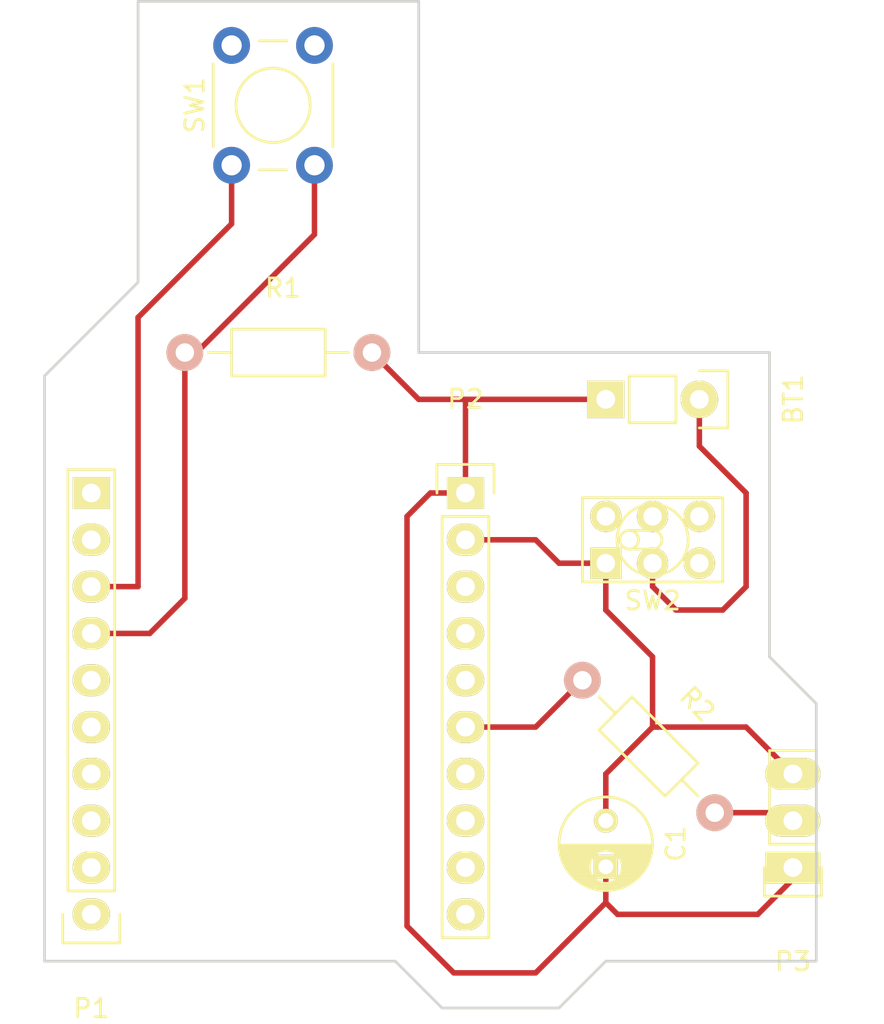
<source format=kicad_pcb>
(kicad_pcb (version 4) (host pcbnew 4.0.4-stable)

  (general
    (links 16)
    (no_connects 3)
    (area 111.206667 51.994999 160.573334 108.375)
    (thickness 1.6)
    (drawings 14)
    (tracks 47)
    (zones 0)
    (modules 9)
    (nets 23)
  )

  (page A4)
  (layers
    (0 F.Cu signal)
    (31 B.Cu signal)
    (32 B.Adhes user)
    (33 F.Adhes user)
    (34 B.Paste user)
    (35 F.Paste user)
    (36 B.SilkS user)
    (37 F.SilkS user)
    (38 B.Mask user)
    (39 F.Mask user)
    (40 Dwgs.User user)
    (41 Cmts.User user)
    (42 Eco1.User user)
    (43 Eco2.User user)
    (44 Edge.Cuts user)
    (45 Margin user)
    (46 B.CrtYd user)
    (47 F.CrtYd user)
    (48 B.Fab user)
    (49 F.Fab user)
  )

  (setup
    (last_trace_width 0.3)
    (trace_clearance 0.8)
    (zone_clearance 0.508)
    (zone_45_only no)
    (trace_min 0.2)
    (segment_width 0.2)
    (edge_width 0.15)
    (via_size 0.6)
    (via_drill 0.4)
    (via_min_size 0.4)
    (via_min_drill 0.3)
    (uvia_size 0.3)
    (uvia_drill 0.1)
    (uvias_allowed no)
    (uvia_min_size 0.2)
    (uvia_min_drill 0.1)
    (pcb_text_width 0.3)
    (pcb_text_size 1.5 1.5)
    (mod_edge_width 0.15)
    (mod_text_size 1 1)
    (mod_text_width 0.15)
    (pad_size 1.7 1.7)
    (pad_drill 1)
    (pad_to_mask_clearance 0.2)
    (aux_axis_origin 0 0)
    (visible_elements 7FFFFFFF)
    (pcbplotparams
      (layerselection 0x01000_00000001)
      (usegerberextensions false)
      (excludeedgelayer true)
      (linewidth 0.100000)
      (plotframeref false)
      (viasonmask false)
      (mode 1)
      (useauxorigin false)
      (hpglpennumber 1)
      (hpglpenspeed 20)
      (hpglpendiameter 15)
      (hpglpenoverlay 2)
      (psnegative false)
      (psa4output false)
      (plotreference true)
      (plotvalue true)
      (plotinvisibletext false)
      (padsonsilk false)
      (subtractmaskfromsilk false)
      (outputformat 1)
      (mirror false)
      (drillshape 0)
      (scaleselection 1)
      (outputdirectory gerbers/))
  )

  (net 0 "")
  (net 1 "Net-(BT1-Pad1)")
  (net 2 GND)
  (net 3 VBat)
  (net 4 TX)
  (net 5 RX)
  (net 6 5)
  (net 7 4)
  (net 8 0)
  (net 9 2)
  (net 10 15)
  (net 11 V33)
  (net 12 LDD)
  (net 13 V+)
  (net 14 13)
  (net 15 12)
  (net 16 14)
  (net 17 16)
  (net 18 EN)
  (net 19 A)
  (net 20 RST)
  (net 21 "Net-(P3-Pad2)")
  (net 22 "Net-(SW2-Pad3)")

  (net_class Default "This is the default net class."
    (clearance 0.8)
    (trace_width 0.3)
    (via_dia 0.6)
    (via_drill 0.4)
    (uvia_dia 0.3)
    (uvia_drill 0.1)
    (add_net 0)
    (add_net 12)
    (add_net 13)
    (add_net 14)
    (add_net 15)
    (add_net 16)
    (add_net 2)
    (add_net 4)
    (add_net 5)
    (add_net A)
    (add_net EN)
    (add_net GND)
    (add_net LDD)
    (add_net "Net-(BT1-Pad1)")
    (add_net "Net-(P3-Pad2)")
    (add_net "Net-(SW2-Pad3)")
    (add_net RST)
    (add_net RX)
    (add_net TX)
    (add_net V+)
    (add_net V33)
    (add_net VBat)
  )

  (module Resistors_ThroughHole:Resistor_Horizontal_RM10mm (layer F.Cu) (tedit 56648415) (tstamp 580659FA)
    (at 143.51 88.9 315)
    (descr "Resistor, Axial,  RM 10mm, 1/3W")
    (tags "Resistor Axial RM 10mm 1/3W")
    (path /58066786)
    (fp_text reference R2 (at 5.32892 -3.50012 315) (layer F.SilkS)
      (effects (font (size 1 1) (thickness 0.15)))
    )
    (fp_text value R (at 5.08 3.81 315) (layer F.Fab)
      (effects (font (size 1 1) (thickness 0.15)))
    )
    (fp_line (start -1.25 -1.5) (end 11.4 -1.5) (layer F.CrtYd) (width 0.05))
    (fp_line (start -1.25 1.5) (end -1.25 -1.5) (layer F.CrtYd) (width 0.05))
    (fp_line (start 11.4 -1.5) (end 11.4 1.5) (layer F.CrtYd) (width 0.05))
    (fp_line (start -1.25 1.5) (end 11.4 1.5) (layer F.CrtYd) (width 0.05))
    (fp_line (start 2.54 -1.27) (end 7.62 -1.27) (layer F.SilkS) (width 0.15))
    (fp_line (start 7.62 -1.27) (end 7.62 1.27) (layer F.SilkS) (width 0.15))
    (fp_line (start 7.62 1.27) (end 2.54 1.27) (layer F.SilkS) (width 0.15))
    (fp_line (start 2.54 1.27) (end 2.54 -1.27) (layer F.SilkS) (width 0.15))
    (fp_line (start 2.54 0) (end 1.27 0) (layer F.SilkS) (width 0.15))
    (fp_line (start 7.62 0) (end 8.89 0) (layer F.SilkS) (width 0.15))
    (pad 1 thru_hole circle (at 0 0 315) (size 1.99898 1.99898) (drill 1.00076) (layers *.Cu *.SilkS *.Mask)
      (net 16 14))
    (pad 2 thru_hole circle (at 10.16 0 315) (size 1.99898 1.99898) (drill 1.00076) (layers *.Cu *.SilkS *.Mask)
      (net 21 "Net-(P3-Pad2)"))
    (model Resistors_ThroughHole.3dshapes/Resistor_Horizontal_RM10mm.wrl
      (at (xyz 0.2 0 0))
      (scale (xyz 0.4 0.4 0.4))
      (rotate (xyz 0 0 0))
    )
  )

  (module Pin_Headers:Pin_Header_Straight_1x02 (layer F.Cu) (tedit 58065AEC) (tstamp 580659C5)
    (at 149.86 73.66 270)
    (descr "Through hole pin header")
    (tags "pin header")
    (path /58066F7A)
    (fp_text reference BT1 (at 0 -5.1 270) (layer F.SilkS)
      (effects (font (size 1 1) (thickness 0.15)))
    )
    (fp_text value Battery (at 0 -3.1 270) (layer F.Fab)
      (effects (font (size 1 1) (thickness 0.15)))
    )
    (fp_line (start 1.27 1.27) (end 1.27 3.81) (layer F.SilkS) (width 0.15))
    (fp_line (start 1.55 -1.55) (end 1.55 0) (layer F.SilkS) (width 0.15))
    (fp_line (start -1.75 -1.75) (end -1.75 4.3) (layer F.CrtYd) (width 0.05))
    (fp_line (start 1.75 -1.75) (end 1.75 4.3) (layer F.CrtYd) (width 0.05))
    (fp_line (start -1.75 -1.75) (end 1.75 -1.75) (layer F.CrtYd) (width 0.05))
    (fp_line (start -1.75 4.3) (end 1.75 4.3) (layer F.CrtYd) (width 0.05))
    (fp_line (start 1.27 1.27) (end -1.27 1.27) (layer F.SilkS) (width 0.15))
    (fp_line (start -1.55 0) (end -1.55 -1.55) (layer F.SilkS) (width 0.15))
    (fp_line (start -1.55 -1.55) (end 1.55 -1.55) (layer F.SilkS) (width 0.15))
    (fp_line (start -1.27 1.27) (end -1.27 3.81) (layer F.SilkS) (width 0.15))
    (fp_line (start -1.27 3.81) (end 1.27 3.81) (layer F.SilkS) (width 0.15))
    (pad 1 thru_hole oval (at 0 0 270) (size 2.032 2.032) (drill 1.016) (layers *.Cu *.Mask F.SilkS)
      (net 1 "Net-(BT1-Pad1)"))
    (pad 2 thru_hole rect (at 0 5.08 270) (size 2.032 2.032) (drill 1.016) (layers *.Cu *.Mask F.SilkS)
      (net 2 GND))
    (model Pin_Headers.3dshapes/Pin_Header_Straight_1x02.wrl
      (at (xyz 0 -0.05 0))
      (scale (xyz 1 1 1))
      (rotate (xyz 0 0 90))
    )
  )

  (module Capacitors_ThroughHole:C_Radial_D5_L11_P2.5 (layer F.Cu) (tedit 5808F44A) (tstamp 580659CB)
    (at 144.78 96.52 270)
    (descr "Radial Electrolytic Capacitor Diameter 5mm x Length 11mm, Pitch 2.5mm")
    (tags "Electrolytic Capacitor")
    (path /58066A58)
    (fp_text reference C1 (at 1.25 -3.8 270) (layer F.SilkS)
      (effects (font (size 1 1) (thickness 0.15)))
    )
    (fp_text value CP1 (at 1.25 3.8 270) (layer F.Fab)
      (effects (font (size 1 1) (thickness 0.15)))
    )
    (fp_line (start 1.325 -2.499) (end 1.325 2.499) (layer F.SilkS) (width 0.15))
    (fp_line (start 1.465 -2.491) (end 1.465 2.491) (layer F.SilkS) (width 0.15))
    (fp_line (start 1.605 -2.475) (end 1.605 -0.095) (layer F.SilkS) (width 0.15))
    (fp_line (start 1.605 0.095) (end 1.605 2.475) (layer F.SilkS) (width 0.15))
    (fp_line (start 1.745 -2.451) (end 1.745 -0.49) (layer F.SilkS) (width 0.15))
    (fp_line (start 1.745 0.49) (end 1.745 2.451) (layer F.SilkS) (width 0.15))
    (fp_line (start 1.885 -2.418) (end 1.885 -0.657) (layer F.SilkS) (width 0.15))
    (fp_line (start 1.885 0.657) (end 1.885 2.418) (layer F.SilkS) (width 0.15))
    (fp_line (start 2.025 -2.377) (end 2.025 -0.764) (layer F.SilkS) (width 0.15))
    (fp_line (start 2.025 0.764) (end 2.025 2.377) (layer F.SilkS) (width 0.15))
    (fp_line (start 2.165 -2.327) (end 2.165 -0.835) (layer F.SilkS) (width 0.15))
    (fp_line (start 2.165 0.835) (end 2.165 2.327) (layer F.SilkS) (width 0.15))
    (fp_line (start 2.305 -2.266) (end 2.305 -0.879) (layer F.SilkS) (width 0.15))
    (fp_line (start 2.305 0.879) (end 2.305 2.266) (layer F.SilkS) (width 0.15))
    (fp_line (start 2.445 -2.196) (end 2.445 -0.898) (layer F.SilkS) (width 0.15))
    (fp_line (start 2.445 0.898) (end 2.445 2.196) (layer F.SilkS) (width 0.15))
    (fp_line (start 2.585 -2.114) (end 2.585 -0.896) (layer F.SilkS) (width 0.15))
    (fp_line (start 2.585 0.896) (end 2.585 2.114) (layer F.SilkS) (width 0.15))
    (fp_line (start 2.725 -2.019) (end 2.725 -0.871) (layer F.SilkS) (width 0.15))
    (fp_line (start 2.725 0.871) (end 2.725 2.019) (layer F.SilkS) (width 0.15))
    (fp_line (start 2.865 -1.908) (end 2.865 -0.823) (layer F.SilkS) (width 0.15))
    (fp_line (start 2.865 0.823) (end 2.865 1.908) (layer F.SilkS) (width 0.15))
    (fp_line (start 3.005 -1.78) (end 3.005 -0.745) (layer F.SilkS) (width 0.15))
    (fp_line (start 3.005 0.745) (end 3.005 1.78) (layer F.SilkS) (width 0.15))
    (fp_line (start 3.145 -1.631) (end 3.145 -0.628) (layer F.SilkS) (width 0.15))
    (fp_line (start 3.145 0.628) (end 3.145 1.631) (layer F.SilkS) (width 0.15))
    (fp_line (start 3.285 -1.452) (end 3.285 -0.44) (layer F.SilkS) (width 0.15))
    (fp_line (start 3.285 0.44) (end 3.285 1.452) (layer F.SilkS) (width 0.15))
    (fp_line (start 3.425 -1.233) (end 3.425 1.233) (layer F.SilkS) (width 0.15))
    (fp_line (start 3.565 -0.944) (end 3.565 0.944) (layer F.SilkS) (width 0.15))
    (fp_line (start 3.705 -0.472) (end 3.705 0.472) (layer F.SilkS) (width 0.15))
    (fp_circle (center 2.5 0) (end 2.5 -0.9) (layer F.SilkS) (width 0.15))
    (fp_circle (center 1.25 0) (end 1.25 -2.5375) (layer F.SilkS) (width 0.15))
    (fp_circle (center 1.25 0) (end 1.25 -2.8) (layer F.CrtYd) (width 0.05))
    (pad 1 thru_hole oval (at 0 0 270) (size 1.3 1.3) (drill 0.8) (layers *.Cu *.Mask F.SilkS)
      (net 3 VBat))
    (pad 2 thru_hole rect (at 2.5 0 270) (size 1.3 1.3) (drill 0.8) (layers *.Cu *.Mask F.SilkS)
      (net 2 GND))
    (model Capacitors_ThroughHole.3dshapes/C_Radial_D5_L11_P2.5.wrl
      (at (xyz 0.049213 0 0))
      (scale (xyz 1 1 1))
      (rotate (xyz 0 0 90))
    )
  )

  (module Pin_Headers:Pin_Header_Straight_1x10 (layer F.Cu) (tedit 5808F160) (tstamp 580659D9)
    (at 116.84 101.6 180)
    (descr "Through hole pin header")
    (tags "pin header")
    (path /58067235)
    (fp_text reference P1 (at 0 -5.1 180) (layer F.SilkS)
      (effects (font (size 1 1) (thickness 0.15)))
    )
    (fp_text value CONN_01X10 (at 0 -3.1 180) (layer F.Fab)
      (effects (font (size 1 1) (thickness 0.15)))
    )
    (fp_line (start -1.75 -1.75) (end -1.75 24.65) (layer F.CrtYd) (width 0.05))
    (fp_line (start 1.75 -1.75) (end 1.75 24.65) (layer F.CrtYd) (width 0.05))
    (fp_line (start -1.75 -1.75) (end 1.75 -1.75) (layer F.CrtYd) (width 0.05))
    (fp_line (start -1.75 24.65) (end 1.75 24.65) (layer F.CrtYd) (width 0.05))
    (fp_line (start 1.27 1.27) (end 1.27 24.13) (layer F.SilkS) (width 0.15))
    (fp_line (start 1.27 24.13) (end -1.27 24.13) (layer F.SilkS) (width 0.15))
    (fp_line (start -1.27 24.13) (end -1.27 1.27) (layer F.SilkS) (width 0.15))
    (fp_line (start 1.55 -1.55) (end 1.55 0) (layer F.SilkS) (width 0.15))
    (fp_line (start 1.27 1.27) (end -1.27 1.27) (layer F.SilkS) (width 0.15))
    (fp_line (start -1.55 0) (end -1.55 -1.55) (layer F.SilkS) (width 0.15))
    (fp_line (start -1.55 -1.55) (end 1.55 -1.55) (layer F.SilkS) (width 0.15))
    (pad 1 thru_hole oval (at 0 0 180) (size 2.032 1.7272) (drill 1.016) (layers *.Cu *.Mask F.SilkS)
      (net 4 TX))
    (pad 2 thru_hole oval (at 0 2.54 180) (size 2.032 1.7272) (drill 1.016) (layers *.Cu *.Mask F.SilkS)
      (net 5 RX))
    (pad 3 thru_hole oval (at 0 5.08 180) (size 2.032 1.7272) (drill 1.016) (layers *.Cu *.Mask F.SilkS)
      (net 6 5))
    (pad 4 thru_hole oval (at 0 7.62 180) (size 2.032 1.7272) (drill 1.016) (layers *.Cu *.Mask F.SilkS)
      (net 7 4))
    (pad 5 thru_hole oval (at 0 10.16 180) (size 2.032 1.7272) (drill 1.016) (layers *.Cu *.Mask F.SilkS)
      (net 8 0))
    (pad 6 thru_hole oval (at 0 12.7 180) (size 2.032 1.7272) (drill 1.016) (layers *.Cu *.Mask F.SilkS)
      (net 9 2))
    (pad 7 thru_hole oval (at 0 15.24 180) (size 2.032 1.7272) (drill 1.016) (layers *.Cu *.Mask F.SilkS)
      (net 10 15))
    (pad 8 thru_hole oval (at 0 17.78 180) (size 2.032 1.7272) (drill 1.016) (layers *.Cu *.Mask F.SilkS)
      (net 11 V33))
    (pad 9 thru_hole oval (at 0 20.32 180) (size 2.032 1.7272) (drill 1.016) (layers *.Cu *.Mask F.SilkS)
      (net 12 LDD))
    (pad 10 thru_hole rect (at 0 22.86 180) (size 2.032 1.7272) (drill 1.016) (layers *.Cu *.Mask F.SilkS)
      (net 2 GND))
    (model Pin_Headers.3dshapes/Pin_Header_Straight_1x10.wrl
      (at (xyz 0 -0.45 0))
      (scale (xyz 1 1 1))
      (rotate (xyz 0 0 90))
    )
  )

  (module Pin_Headers:Pin_Header_Straight_1x10 (layer F.Cu) (tedit 0) (tstamp 580659E7)
    (at 137.16 78.74)
    (descr "Through hole pin header")
    (tags "pin header")
    (path /580666ED)
    (fp_text reference P2 (at 0 -5.1) (layer F.SilkS)
      (effects (font (size 1 1) (thickness 0.15)))
    )
    (fp_text value CONN_01X10 (at 0 -3.1) (layer F.Fab)
      (effects (font (size 1 1) (thickness 0.15)))
    )
    (fp_line (start -1.75 -1.75) (end -1.75 24.65) (layer F.CrtYd) (width 0.05))
    (fp_line (start 1.75 -1.75) (end 1.75 24.65) (layer F.CrtYd) (width 0.05))
    (fp_line (start -1.75 -1.75) (end 1.75 -1.75) (layer F.CrtYd) (width 0.05))
    (fp_line (start -1.75 24.65) (end 1.75 24.65) (layer F.CrtYd) (width 0.05))
    (fp_line (start 1.27 1.27) (end 1.27 24.13) (layer F.SilkS) (width 0.15))
    (fp_line (start 1.27 24.13) (end -1.27 24.13) (layer F.SilkS) (width 0.15))
    (fp_line (start -1.27 24.13) (end -1.27 1.27) (layer F.SilkS) (width 0.15))
    (fp_line (start 1.55 -1.55) (end 1.55 0) (layer F.SilkS) (width 0.15))
    (fp_line (start 1.27 1.27) (end -1.27 1.27) (layer F.SilkS) (width 0.15))
    (fp_line (start -1.55 0) (end -1.55 -1.55) (layer F.SilkS) (width 0.15))
    (fp_line (start -1.55 -1.55) (end 1.55 -1.55) (layer F.SilkS) (width 0.15))
    (pad 1 thru_hole rect (at 0 0) (size 2.032 1.7272) (drill 1.016) (layers *.Cu *.Mask F.SilkS)
      (net 2 GND))
    (pad 2 thru_hole oval (at 0 2.54) (size 2.032 1.7272) (drill 1.016) (layers *.Cu *.Mask F.SilkS)
      (net 3 VBat))
    (pad 3 thru_hole oval (at 0 5.08) (size 2.032 1.7272) (drill 1.016) (layers *.Cu *.Mask F.SilkS)
      (net 13 V+))
    (pad 4 thru_hole oval (at 0 7.62) (size 2.032 1.7272) (drill 1.016) (layers *.Cu *.Mask F.SilkS)
      (net 14 13))
    (pad 5 thru_hole oval (at 0 10.16) (size 2.032 1.7272) (drill 1.016) (layers *.Cu *.Mask F.SilkS)
      (net 15 12))
    (pad 6 thru_hole oval (at 0 12.7) (size 2.032 1.7272) (drill 1.016) (layers *.Cu *.Mask F.SilkS)
      (net 16 14))
    (pad 7 thru_hole oval (at 0 15.24) (size 2.032 1.7272) (drill 1.016) (layers *.Cu *.Mask F.SilkS)
      (net 17 16))
    (pad 8 thru_hole oval (at 0 17.78) (size 2.032 1.7272) (drill 1.016) (layers *.Cu *.Mask F.SilkS)
      (net 18 EN))
    (pad 9 thru_hole oval (at 0 20.32) (size 2.032 1.7272) (drill 1.016) (layers *.Cu *.Mask F.SilkS)
      (net 19 A))
    (pad 10 thru_hole oval (at 0 22.86) (size 2.032 1.7272) (drill 1.016) (layers *.Cu *.Mask F.SilkS)
      (net 20 RST))
    (model Pin_Headers.3dshapes/Pin_Header_Straight_1x10.wrl
      (at (xyz 0 -0.45 0))
      (scale (xyz 1 1 1))
      (rotate (xyz 0 0 90))
    )
  )

  (module Pin_Headers:Pin_Header_Straight_1x03 (layer F.Cu) (tedit 5808FD89) (tstamp 580659EE)
    (at 154.94 99.06 180)
    (descr "Through hole pin header")
    (tags "pin header")
    (path /5806943E)
    (fp_text reference P3 (at 0 -5.1 180) (layer F.SilkS)
      (effects (font (size 1 1) (thickness 0.15)))
    )
    (fp_text value CONN_01X03 (at 0 -3.1 180) (layer F.Fab)
      (effects (font (size 1 1) (thickness 0.15)))
    )
    (fp_line (start -1.75 -1.75) (end -1.75 6.85) (layer F.CrtYd) (width 0.05))
    (fp_line (start 1.75 -1.75) (end 1.75 6.85) (layer F.CrtYd) (width 0.05))
    (fp_line (start -1.75 -1.75) (end 1.75 -1.75) (layer F.CrtYd) (width 0.05))
    (fp_line (start -1.75 6.85) (end 1.75 6.85) (layer F.CrtYd) (width 0.05))
    (fp_line (start -1.27 1.27) (end -1.27 6.35) (layer F.SilkS) (width 0.15))
    (fp_line (start -1.27 6.35) (end 1.27 6.35) (layer F.SilkS) (width 0.15))
    (fp_line (start 1.27 6.35) (end 1.27 1.27) (layer F.SilkS) (width 0.15))
    (fp_line (start 1.55 -1.55) (end 1.55 0) (layer F.SilkS) (width 0.15))
    (fp_line (start 1.27 1.27) (end -1.27 1.27) (layer F.SilkS) (width 0.15))
    (fp_line (start -1.55 0) (end -1.55 -1.55) (layer F.SilkS) (width 0.15))
    (fp_line (start -1.55 -1.55) (end 1.55 -1.55) (layer F.SilkS) (width 0.15))
    (pad 1 thru_hole rect (at 0 0 180) (size 3 1.7272) (drill 1.016) (layers *.Cu *.Mask F.SilkS)
      (net 2 GND))
    (pad 2 thru_hole oval (at 0 2.54 180) (size 3 1.7272) (drill 1.016) (layers *.Cu *.Mask F.SilkS)
      (net 21 "Net-(P3-Pad2)"))
    (pad 3 thru_hole oval (at 0 5.08 180) (size 3 1.7272) (drill 1.016) (layers *.Cu *.Mask F.SilkS)
      (net 3 VBat))
    (model Pin_Headers.3dshapes/Pin_Header_Straight_1x03.wrl
      (at (xyz 0 -0.1 0))
      (scale (xyz 1 1 1))
      (rotate (xyz 0 0 90))
    )
  )

  (module Resistors_ThroughHole:Resistor_Horizontal_RM10mm (layer F.Cu) (tedit 56648415) (tstamp 580659F4)
    (at 121.92 71.12)
    (descr "Resistor, Axial,  RM 10mm, 1/3W")
    (tags "Resistor Axial RM 10mm 1/3W")
    (path /580685CF)
    (fp_text reference R1 (at 5.32892 -3.50012) (layer F.SilkS)
      (effects (font (size 1 1) (thickness 0.15)))
    )
    (fp_text value R (at 5.08 3.81) (layer F.Fab)
      (effects (font (size 1 1) (thickness 0.15)))
    )
    (fp_line (start -1.25 -1.5) (end 11.4 -1.5) (layer F.CrtYd) (width 0.05))
    (fp_line (start -1.25 1.5) (end -1.25 -1.5) (layer F.CrtYd) (width 0.05))
    (fp_line (start 11.4 -1.5) (end 11.4 1.5) (layer F.CrtYd) (width 0.05))
    (fp_line (start -1.25 1.5) (end 11.4 1.5) (layer F.CrtYd) (width 0.05))
    (fp_line (start 2.54 -1.27) (end 7.62 -1.27) (layer F.SilkS) (width 0.15))
    (fp_line (start 7.62 -1.27) (end 7.62 1.27) (layer F.SilkS) (width 0.15))
    (fp_line (start 7.62 1.27) (end 2.54 1.27) (layer F.SilkS) (width 0.15))
    (fp_line (start 2.54 1.27) (end 2.54 -1.27) (layer F.SilkS) (width 0.15))
    (fp_line (start 2.54 0) (end 1.27 0) (layer F.SilkS) (width 0.15))
    (fp_line (start 7.62 0) (end 8.89 0) (layer F.SilkS) (width 0.15))
    (pad 1 thru_hole circle (at 0 0) (size 1.99898 1.99898) (drill 1.00076) (layers *.Cu *.SilkS *.Mask)
      (net 10 15))
    (pad 2 thru_hole circle (at 10.16 0) (size 1.99898 1.99898) (drill 1.00076) (layers *.Cu *.SilkS *.Mask)
      (net 2 GND))
    (model Resistors_ThroughHole.3dshapes/Resistor_Horizontal_RM10mm.wrl
      (at (xyz 0.2 0 0))
      (scale (xyz 0.4 0.4 0.4))
      (rotate (xyz 0 0 0))
    )
  )

  (module Buttons_Switches_ThroughHole:SW_PUSH_6mm (layer F.Cu) (tedit 57BABF74) (tstamp 58065A02)
    (at 124.46 60.96 90)
    (descr https://www.omron.com/ecb/products/pdf/en-b3f.pdf)
    (tags "tact sw push 6mm")
    (path /580672E6)
    (fp_text reference SW1 (at 3.25 -2 90) (layer F.SilkS)
      (effects (font (size 1 1) (thickness 0.15)))
    )
    (fp_text value SW_PUSH (at 3.75 6.7 90) (layer F.Fab)
      (effects (font (size 1 1) (thickness 0.15)))
    )
    (fp_line (start 3.25 -0.75) (end 6.25 -0.75) (layer F.Fab) (width 0.15))
    (fp_line (start 6.25 -0.75) (end 6.25 5.25) (layer F.Fab) (width 0.15))
    (fp_line (start 6.25 5.25) (end 0.25 5.25) (layer F.Fab) (width 0.15))
    (fp_line (start 0.25 5.25) (end 0.25 -0.75) (layer F.Fab) (width 0.15))
    (fp_line (start 0.25 -0.75) (end 3.25 -0.75) (layer F.Fab) (width 0.15))
    (fp_line (start 7.75 6) (end 8 6) (layer F.CrtYd) (width 0.05))
    (fp_line (start 8 6) (end 8 5.75) (layer F.CrtYd) (width 0.05))
    (fp_line (start 7.75 -1.5) (end 8 -1.5) (layer F.CrtYd) (width 0.05))
    (fp_line (start 8 -1.5) (end 8 -1.25) (layer F.CrtYd) (width 0.05))
    (fp_line (start -1.5 -1.25) (end -1.5 -1.5) (layer F.CrtYd) (width 0.05))
    (fp_line (start -1.5 -1.5) (end -1.25 -1.5) (layer F.CrtYd) (width 0.05))
    (fp_line (start -1.5 5.75) (end -1.5 6) (layer F.CrtYd) (width 0.05))
    (fp_line (start -1.5 6) (end -1.25 6) (layer F.CrtYd) (width 0.05))
    (fp_circle (center 3.25 2.25) (end 1.25 2.5) (layer F.SilkS) (width 0.15))
    (fp_line (start -1.25 -1.5) (end 7.75 -1.5) (layer F.CrtYd) (width 0.05))
    (fp_line (start -1.5 5.75) (end -1.5 -1.25) (layer F.CrtYd) (width 0.05))
    (fp_line (start 7.75 6) (end -1.25 6) (layer F.CrtYd) (width 0.05))
    (fp_line (start 8 -1.25) (end 8 5.75) (layer F.CrtYd) (width 0.05))
    (fp_line (start 1 5.5) (end 5.5 5.5) (layer F.SilkS) (width 0.15))
    (fp_line (start -0.25 1.5) (end -0.25 3) (layer F.SilkS) (width 0.15))
    (fp_line (start 5.5 -1) (end 1 -1) (layer F.SilkS) (width 0.15))
    (fp_line (start 6.75 3) (end 6.75 1.5) (layer F.SilkS) (width 0.15))
    (pad 2 thru_hole circle (at 0 4.5 180) (size 2 2) (drill 1.1) (layers *.Cu *.Mask)
      (net 10 15))
    (pad 1 thru_hole circle (at 0 0 180) (size 2 2) (drill 1.1) (layers *.Cu *.Mask)
      (net 11 V33))
    (pad 2 thru_hole circle (at 6.5 4.5 180) (size 2 2) (drill 1.1) (layers *.Cu *.Mask)
      (net 10 15))
    (pad 1 thru_hole circle (at 6.5 0 180) (size 2 2) (drill 1.1) (layers *.Cu *.Mask)
      (net 11 V33))
  )

  (module Buttons_Switches_ThroughHole:SW_NKK_G1xJP (layer F.Cu) (tedit 5808FE04) (tstamp 58065A0C)
    (at 147.32 81.28)
    (descr "Switch Nikkai ref G1xJP")
    (tags "SWITCH DEV TOGGLE ILLUM SPDT")
    (path /58066CE8)
    (fp_text reference SW2 (at 0 3.302) (layer F.SilkS)
      (effects (font (size 1 1) (thickness 0.15)))
    )
    (fp_text value Switch_SPDT_x2 (at 0.254 -3.302) (layer F.Fab)
      (effects (font (size 1 1) (thickness 0.15)))
    )
    (fp_circle (center -1.27 0) (end -1.778 0) (layer F.SilkS) (width 0.15))
    (fp_line (start 0 0.508) (end -1.27 0.508) (layer F.SilkS) (width 0.15))
    (fp_line (start -1.27 -0.508) (end 0 -0.508) (layer F.SilkS) (width 0.15))
    (fp_arc (start 0 0) (end 0 -0.508) (angle 90) (layer F.SilkS) (width 0.15))
    (fp_arc (start 0 0) (end 0.508 0) (angle 90) (layer F.SilkS) (width 0.15))
    (fp_circle (center 0 0) (end -0.762 -1.778) (layer F.SilkS) (width 0.15))
    (fp_line (start 3.81 -2.286) (end 3.81 2.286) (layer F.SilkS) (width 0.15))
    (fp_line (start -3.81 -2.286) (end -3.81 2.286) (layer F.SilkS) (width 0.15))
    (fp_line (start -3.81 -2.286) (end 3.81 -2.286) (layer F.SilkS) (width 0.15))
    (fp_line (start 3.81 2.286) (end -3.81 2.286) (layer F.SilkS) (width 0.15))
    (pad 1 thru_hole rect (at -2.54 1.27) (size 1.7 1.7) (drill 1) (layers *.Cu *.Mask F.SilkS)
      (net 3 VBat))
    (pad 2 thru_hole circle (at 0 1.27) (size 1.7 1.7) (drill 1) (layers *.Cu *.Mask F.SilkS)
      (net 1 "Net-(BT1-Pad1)"))
    (pad 3 thru_hole circle (at 2.54 1.27) (size 1.7 1.7) (drill 1) (layers *.Cu *.Mask F.SilkS)
      (net 22 "Net-(SW2-Pad3)"))
    (pad 4 thru_hole circle (at 2.54 -1.27) (size 1.7 1.7) (drill 1) (layers *.Cu *.Mask F.SilkS))
    (pad 5 thru_hole circle (at 0 -1.27) (size 1.7 1.7) (drill 1) (layers *.Cu *.Mask F.SilkS))
    (pad 6 thru_hole circle (at -2.54 -1.27) (size 1.7 1.7) (drill 1) (layers *.Cu *.Mask F.SilkS))
    (model Buttons_Switches_ThroughHole.3dshapes/SW_NKK_G1xJP.wrl
      (at (xyz 0 0 0))
      (scale (xyz 0.33 0.33 0.33))
      (rotate (xyz 0 0 0))
    )
  )

  (gr_line (start 156.21 104.14) (end 144.78 104.14) (angle 90) (layer Edge.Cuts) (width 0.15))
  (gr_line (start 114.3 72.39) (end 114.3 104.14) (angle 90) (layer Edge.Cuts) (width 0.15))
  (gr_line (start 119.38 67.31) (end 114.3 72.39) (angle 90) (layer Edge.Cuts) (width 0.15))
  (gr_line (start 119.38 52.07) (end 119.38 67.31) (angle 90) (layer Edge.Cuts) (width 0.15))
  (gr_line (start 134.62 52.07) (end 119.38 52.07) (angle 90) (layer Edge.Cuts) (width 0.15))
  (gr_line (start 134.62 71.12) (end 134.62 52.07) (angle 90) (layer Edge.Cuts) (width 0.15))
  (gr_line (start 153.67 71.12) (end 134.62 71.12) (angle 90) (layer Edge.Cuts) (width 0.15))
  (gr_line (start 153.67 87.63) (end 153.67 71.12) (angle 90) (layer Edge.Cuts) (width 0.15))
  (gr_line (start 156.21 90.17) (end 153.67 87.63) (angle 90) (layer Edge.Cuts) (width 0.15))
  (gr_line (start 156.21 104.14) (end 156.21 90.17) (angle 90) (layer Edge.Cuts) (width 0.15))
  (gr_line (start 142.24 106.68) (end 144.78 104.14) (angle 90) (layer Edge.Cuts) (width 0.15))
  (gr_line (start 135.89 106.68) (end 142.24 106.68) (angle 90) (layer Edge.Cuts) (width 0.15))
  (gr_line (start 133.35 104.14) (end 135.89 106.68) (angle 90) (layer Edge.Cuts) (width 0.15))
  (gr_line (start 114.3 104.14) (end 133.35 104.14) (angle 90) (layer Edge.Cuts) (width 0.15))

  (segment (start 149.86 73.66) (end 149.86 76.2) (width 0.3) (layer F.Cu) (net 1))
  (segment (start 147.32 83.82) (end 147.32 82.55) (width 0.3) (layer F.Cu) (net 1) (tstamp 5808FF0D))
  (segment (start 148.59 85.09) (end 147.32 83.82) (width 0.3) (layer F.Cu) (net 1) (tstamp 5808FF0B))
  (segment (start 151.13 85.09) (end 148.59 85.09) (width 0.3) (layer F.Cu) (net 1) (tstamp 5808FF09))
  (segment (start 152.4 83.82) (end 151.13 85.09) (width 0.3) (layer F.Cu) (net 1) (tstamp 5808FF07))
  (segment (start 152.4 78.74) (end 152.4 83.82) (width 0.3) (layer F.Cu) (net 1) (tstamp 5808FF05))
  (segment (start 149.86 76.2) (end 152.4 78.74) (width 0.3) (layer F.Cu) (net 1) (tstamp 5808FF03))
  (segment (start 137.16 78.74) (end 135.255 78.74) (width 0.3) (layer F.Cu) (net 2))
  (segment (start 140.97 104.775) (end 144.78 100.965) (width 0.3) (layer F.Cu) (net 2) (tstamp 5808FEDF))
  (segment (start 136.525 104.775) (end 140.97 104.775) (width 0.3) (layer F.Cu) (net 2) (tstamp 5808FEDD))
  (segment (start 133.985 102.235) (end 136.525 104.775) (width 0.3) (layer F.Cu) (net 2) (tstamp 5808FEDB))
  (segment (start 133.985 80.01) (end 133.985 102.235) (width 0.3) (layer F.Cu) (net 2) (tstamp 5808FED9))
  (segment (start 135.255 78.74) (end 133.985 80.01) (width 0.3) (layer F.Cu) (net 2) (tstamp 5808FED7))
  (segment (start 144.78 99.02) (end 144.78 100.965) (width 0.3) (layer F.Cu) (net 2))
  (segment (start 153.035 101.6) (end 154.94 99.695) (width 0.3) (layer F.Cu) (net 2) (tstamp 5808FED2))
  (segment (start 144.78 100.965) (end 145.415 101.6) (width 0.3) (layer F.Cu) (net 2) (tstamp 5808FECF))
  (segment (start 145.415 101.6) (end 153.035 101.6) (width 0.3) (layer F.Cu) (net 2) (tstamp 5808FED1))
  (segment (start 154.94 99.695) (end 154.94 99.06) (width 0.3) (layer F.Cu) (net 2) (tstamp 5808FED4))
  (segment (start 137.16 73.66) (end 137.16 78.74) (width 0.3) (layer F.Cu) (net 2))
  (segment (start 144.78 73.66) (end 137.16 73.66) (width 0.3) (layer F.Cu) (net 2))
  (segment (start 137.16 73.66) (end 134.62 73.66) (width 0.3) (layer F.Cu) (net 2) (tstamp 5808FE76))
  (segment (start 134.62 73.66) (end 132.08 71.12) (width 0.3) (layer F.Cu) (net 2) (tstamp 5808FE72))
  (segment (start 147.32 91.44) (end 152.4 91.44) (width 0.3) (layer F.Cu) (net 3))
  (segment (start 152.4 91.44) (end 154.94 93.98) (width 0.3) (layer F.Cu) (net 3) (tstamp 5808FF60))
  (segment (start 144.78 82.55) (end 144.78 85.09) (width 0.3) (layer F.Cu) (net 3))
  (segment (start 144.78 93.98) (end 144.78 96.52) (width 0.3) (layer F.Cu) (net 3) (tstamp 5808FF5C))
  (segment (start 147.32 91.44) (end 144.78 93.98) (width 0.3) (layer F.Cu) (net 3) (tstamp 5808FF5A))
  (segment (start 147.32 87.63) (end 147.32 91.44) (width 0.3) (layer F.Cu) (net 3) (tstamp 5808FF58))
  (segment (start 144.78 85.09) (end 147.32 87.63) (width 0.3) (layer F.Cu) (net 3) (tstamp 5808FF56))
  (segment (start 144.78 82.55) (end 142.24 82.55) (width 0.3) (layer F.Cu) (net 3))
  (segment (start 142.24 82.55) (end 140.97 81.28) (width 0.3) (layer F.Cu) (net 3) (tstamp 5808FF11))
  (segment (start 140.97 81.28) (end 137.16 81.28) (width 0.3) (layer F.Cu) (net 3) (tstamp 5808FF13))
  (segment (start 144.78 96.52) (end 144.78 95.885) (width 0.3) (layer F.Cu) (net 3))
  (segment (start 121.92 71.12) (end 122.555 71.12) (width 0.3) (layer F.Cu) (net 10))
  (segment (start 122.555 71.12) (end 128.96 64.715) (width 0.3) (layer F.Cu) (net 10) (tstamp 5808FEEF))
  (segment (start 128.96 64.715) (end 128.96 60.96) (width 0.3) (layer F.Cu) (net 10) (tstamp 5808FEF0))
  (segment (start 116.84 86.36) (end 120.015 86.36) (width 0.3) (layer F.Cu) (net 10))
  (segment (start 121.92 84.455) (end 121.92 71.12) (width 0.3) (layer F.Cu) (net 10) (tstamp 5808FEE5))
  (segment (start 120.015 86.36) (end 121.92 84.455) (width 0.3) (layer F.Cu) (net 10) (tstamp 5808FEE3))
  (segment (start 116.84 83.82) (end 119.38 83.82) (width 0.3) (layer F.Cu) (net 11))
  (segment (start 124.46 64.135) (end 124.46 60.96) (width 0.3) (layer F.Cu) (net 11) (tstamp 5808FEEB))
  (segment (start 119.38 69.215) (end 124.46 64.135) (width 0.3) (layer F.Cu) (net 11) (tstamp 5808FEEA))
  (segment (start 119.38 83.82) (end 119.38 69.215) (width 0.3) (layer F.Cu) (net 11) (tstamp 5808FEE9))
  (segment (start 137.16 91.44) (end 140.97 91.44) (width 0.3) (layer F.Cu) (net 16))
  (segment (start 140.97 91.44) (end 143.51 88.9) (width 0.3) (layer F.Cu) (net 16) (tstamp 5808FF67))
  (segment (start 150.694205 96.084205) (end 154.504205 96.084205) (width 0.3) (layer F.Cu) (net 21))
  (segment (start 154.504205 96.084205) (end 154.94 96.52) (width 0.3) (layer F.Cu) (net 21) (tstamp 5808FF64))

)

</source>
